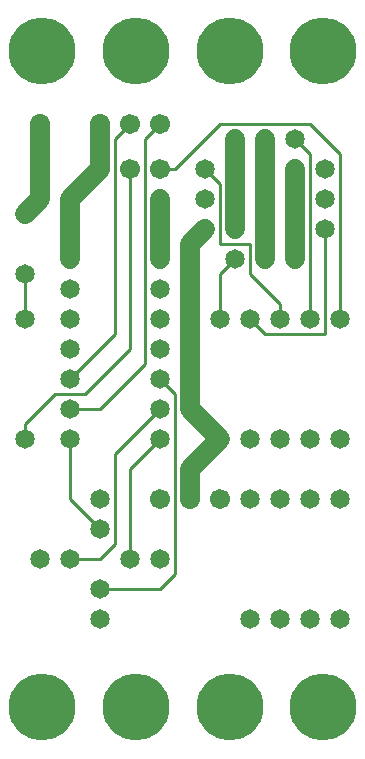
<source format=gtl>
%MOIN*%
%FSLAX25Y25*%
G04 D10 used for Character Trace; *
G04     Circle (OD=.01000) (No hole)*
G04 D11 used for Power Trace; *
G04     Circle (OD=.06700) (No hole)*
G04 D12 used for Signal Trace; *
G04     Circle (OD=.01100) (No hole)*
G04 D13 used for Via; *
G04     Circle (OD=.05800) (Round. Hole ID=.02800)*
G04 D14 used for Component hole; *
G04     Circle (OD=.06500) (Round. Hole ID=.03500)*
G04 D15 used for Component hole; *
G04     Circle (OD=.06700) (Round. Hole ID=.04300)*
G04 D16 used for Component hole; *
G04     Circle (OD=.08100) (Round. Hole ID=.05100)*
G04 D17 used for Component hole; *
G04     Circle (OD=.08900) (Round. Hole ID=.05900)*
G04 D18 used for Component hole; *
G04     Circle (OD=.11300) (Round. Hole ID=.08300)*
G04 D19 used for Component hole; *
G04     Circle (OD=.16000) (Round. Hole ID=.13000)*
G04 D20 used for Component hole; *
G04     Circle (OD=.18300) (Round. Hole ID=.15300)*
G04 D21 used for Component hole; *
G04     Circle (OD=.22291) (Round. Hole ID=.19291)*
%ADD10C,.01000*%
%ADD11C,.06700*%
%ADD12C,.01100*%
%ADD13C,.05800*%
%ADD14C,.06500*%
%ADD15C,.06700*%
%ADD16C,.08100*%
%ADD17C,.08900*%
%ADD18C,.11300*%
%ADD19C,.16000*%
%ADD20C,.18300*%
%ADD21C,.22291*%
%IPPOS*%
%LPD*%
G90*X0Y0D02*D21*X15625Y15625D03*D14*              
X35000Y45000D03*D21*X46875Y15625D03*D12*          
X35000Y55000D02*X55000D01*D14*X35000D03*          
X45000Y65000D03*D12*Y95000D01*X55000Y105000D01*   
D14*D03*D11*X65000Y85000D02*Y95000D01*D15*        
Y85000D03*X75000D03*D11*X65000Y95000D02*          
X75000Y105000D01*D14*D03*D11*X65000Y115000D01*    
Y170000D01*X70000Y175000D01*D14*D03*D12*          
X75000Y170000D02*X85000D01*Y160000D01*            
X95000Y150000D01*Y145000D01*D14*D03*D12*          
X90000Y140000D02*X110000D01*Y175000D01*D14*D03*   
X100000Y165000D03*D11*Y175000D01*D13*D03*D11*     
Y195000D01*D13*D03*D12*X105000Y145000D02*         
Y200000D01*D14*Y145000D03*X115000D03*D12*         
Y200000D01*X105000Y210000D01*X75000D01*           
X60000Y195000D01*X55000D01*D15*D03*X45000D03*D12* 
Y135000D01*X30000Y120000D01*X20000D01*            
X10000Y110000D01*Y105000D01*D14*D03*X25000D03*D12*
Y85000D01*X35000Y75000D01*D14*D03*D12*Y65000D02*  
X40000Y70000D01*X25000Y65000D02*X35000D01*D14*    
X25000D03*X15000D03*D12*X40000Y70000D02*          
Y100000D01*X55000Y115000D01*D14*D03*D12*          
X60000Y60000D02*Y120000D01*X55000Y55000D02*       
X60000Y60000D01*D14*X55000Y65000D03*              
X85000Y85000D03*Y45000D03*D15*X55000Y85000D03*D14*
X35000D03*X95000Y45000D03*D21*X78125Y15625D03*D14*
X95000Y85000D03*X105000Y105000D03*X95000D03*      
X85000D03*X105000Y45000D03*Y85000D03*D21*         
X109375Y15625D03*D14*X115000Y45000D03*D12*        
X25000Y115000D02*X35000D01*D14*X25000D03*D12*     
X35000D02*X50000Y130000D01*Y205000D01*            
X55000Y210000D01*D15*D03*X45000D03*D12*           
X40000Y205000D01*Y140000D01*X25000Y125000D01*D14* 
D03*Y135000D03*Y145000D03*X10000D03*D12*          
Y160000D01*D14*D03*X25000Y155000D03*Y165000D03*   
D11*Y185000D01*X35000Y195000D01*D15*D03*D11*      
Y210000D01*D15*D03*X15000D03*D11*Y195000D01*D15*  
D03*D11*Y185000D01*X10000Y180000D01*D14*D03*      
X55000Y135000D03*Y145000D03*Y155000D03*Y165000D03*
D11*Y185000D01*D13*D03*D14*X70000D03*Y195000D03*  
D12*X75000Y190000D01*Y170000D01*D14*              
X80000Y165000D03*D12*X75000Y160000D01*Y145000D01* 
D14*D03*X85000D03*D12*X90000Y140000D01*D14*       
Y165000D03*D11*Y185000D01*D13*D03*D11*Y205000D01* 
D14*D03*D13*X80000Y195000D03*D11*Y175000D01*D13*  
D03*D11*Y195000D02*Y205000D01*D14*D03*X100000D03* 
D12*X105000Y200000D01*D14*X110000Y195000D03*      
Y185000D03*D21*X109375Y234375D03*X78125D03*       
X46875D03*D14*X55000Y125000D03*D12*               
X60000Y120000D01*D14*X115000Y85000D03*Y105000D03* 
D21*X15625Y234375D03*M02*                         

</source>
